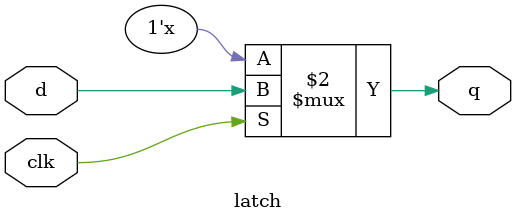
<source format=v>
`timescale 1ns/1ps

module latch( input clk,
	      input 	 d,
	      output reg q);

   always @(clk,d)
     begin
	if (clk)
	  q <= d;
     end
endmodule // latch

</source>
